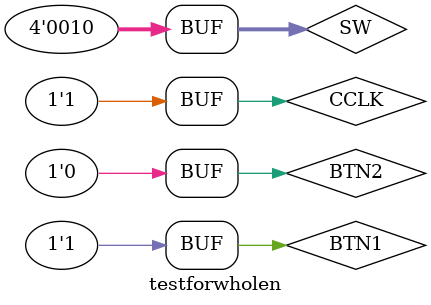
<source format=v>
`timescale 1ns / 1ps


module testforwholen;

	// Inputs
	reg CCLK;
	reg BTN1;
	reg BTN2;
	reg BTN3;
	reg [3:0] SW;

	// Outputs
	wire LCDRS;
	wire LCDRW;
	wire LCDE;
	wire [3:0] LCDDAT;
	wire [7:0] LED;

	// Instantiate the Unit Under Test (UUT)
	top uut (
		.CCLK(CCLK), 
		.BTN1(BTN1), 
		.BTN2(BTN2), 
		.BTN3(BTN3), 
		.SW(SW), 
		.LCDRS(LCDRS), 
		.LCDRW(LCDRW), 
		.LCDE(LCDE), 
		.LCDDAT(LCDDAT), 
		.LED(LED)
	);

	initial begin
		// Initialize Inputs
		CCLK = 0;
		BTN2 = 0;
		BTN1 = 0;
		SW = 4'b1011;
		
		
		// Wait 100 ns for global reset to finish
		#100;
		SW = 4'b0001; //addi  $s0, $zero, 5
		BTN1=0;
      BTN2=1;
		#10;
		BTN2=0;
		#100;
		BTN2=1; 
		#10;
		BTN2=0;
		#100; 
		BTN2=1;
		#10;
		BTN2=0;
		#100;
		BTN2=1;
		#10;
		BTN2=0;
		#100;		
		SW = 4'b0010; 
		BTN1=0;
		BTN2=1; //ori   $s1, $s1, 3
		#10;
		BTN2=0;
		#100; 
		SW = 4'b0011; 
		BTN1=0;
		BTN2=1;
		#10;
		BTN2=0;
		#100;
		SW = 4'b0100; 
		BTN1=0;
		BTN2=1;
		#10;
		BTN2=0;
		#100;
		SW = 4'b0101; 
		BTN1=0;
		BTN2=1;
		#10;
		BTN2=0;
		#100;
		SW = 4'b0110; 
		BTN1=0;
		BTN2=1;
		#10;
		BTN2=0;
		#100;
		BTN2=1;
		#10;
		BTN2=0;
		#100;
		SW = 4'b0011;
		BTN1=1;
		BTN2=1;//sub   $s3, $s0, $s1
		#10;
		BTN2=0;
		#100;
		SW = 4'b0100;
		BTN1=1;
		BTN2=1;//and   $s4, $s0, $s1 
		#10;
		BTN2=0;
		#100;
		SW = 4'b0101;
		BTN1=1;
		BTN2=1;//or    $s5, $s0, $s1 
		#10;
		BTN2=0;
		#100;
		SW = 4'b0000;
		BTN1=1;
		BTN2=1;//srl   $s0, $s0, 2 
		#10;
		BTN2=0;
		#100;
		SW = 4'b0000;
		BTN1=1;
		BTN2=1;//sll   $s0, $s0, 31 
		#10;
		BTN2=0;
		#100;
		SW = 4'b0000;
		BTN1=1;
		BTN2=1;//sra   $s0, $s0, 31 
		#10;
		BTN2=0;
		#100;
		SW = 4'b0010;
		BTN1=1;
		BTN2=1;//sw    $s2, 0($zero)
		#10;
		BTN2=0;
		#100;
		SW = 4'b0011;
		BTN1=1;
		BTN2=1;//lw    $s3, 0($zero)
		#10;
		BTN2=0;
		#100;
		SW = 4'b0010;
		BTN1=1;
		BTN2=1;//subi  $s2, $s2, 1  
		#10;
		BTN2=0;
		#100;
		SW = 4'b0010;
		BTN1=1;
		BTN2=1;//jump:beq   $s2, $s3, 2 
		#10;
		BTN2=0;
		#100;
		SW = 4'b0010;
		BTN1=1;
		BTN2=1;//addi  $s2, $s2, 1
		#10;
		BTN2=0;
		#100;
		SW = 4'b0010;
		BTN1=1;
		BTN2=1;//j     jump
		#10;
		BTN2=0;
		#100;
		SW = 4'b0010;
		BTN1=1;
		BTN2=1;//bne   $s2, $s3, 2 
		#10;
		BTN2=0;
		#100;
		SW = 4'b0010;
		BTN1=1;
		BTN2=1;//subi  $s2, $s3, 1 
		#10;
		BTN2=0;
		#100;
		SW = 4'b0010;
		BTN1=1;
		BTN2=1;//addi  $s2, $s2, 1 
		#10;
		BTN2=0;
		#100;
		BTN2=1;
		#10;
		BTN2=0;
		#100;
		BTN2=1;
		#10;
		BTN2=0;
		#100;
		BTN2=1;
		#10;
		BTN2=0;
		#100;
		BTN2=1;
		#10;
		BTN2=0;
		#100;
		BTN2=1;
		#10;
		BTN2=0;
		#100;
		BTN2=1;
		#10;
		BTN2=0;
		#100;
		BTN2=1;
		#10;
		BTN2=0;
		#100;
		BTN2=1;
		#10;
		BTN2=0;
		#100;
		BTN2=1;
		#10;
		BTN2=0;
		#100;
		BTN2=1;
		#10;
		BTN2=0;
		#100;
		BTN2=1;
		#10;
		BTN2=0;
		#100;
		BTN2=1;
		#10;
		BTN2=0;
		#100;
		BTN2=1;
		#10;
		BTN2=0;
		#100;
	
	end
         always 
	begin
	#1;
	CCLK=0;
	#1;
	CCLK=1;
	end
      
endmodule


</source>
